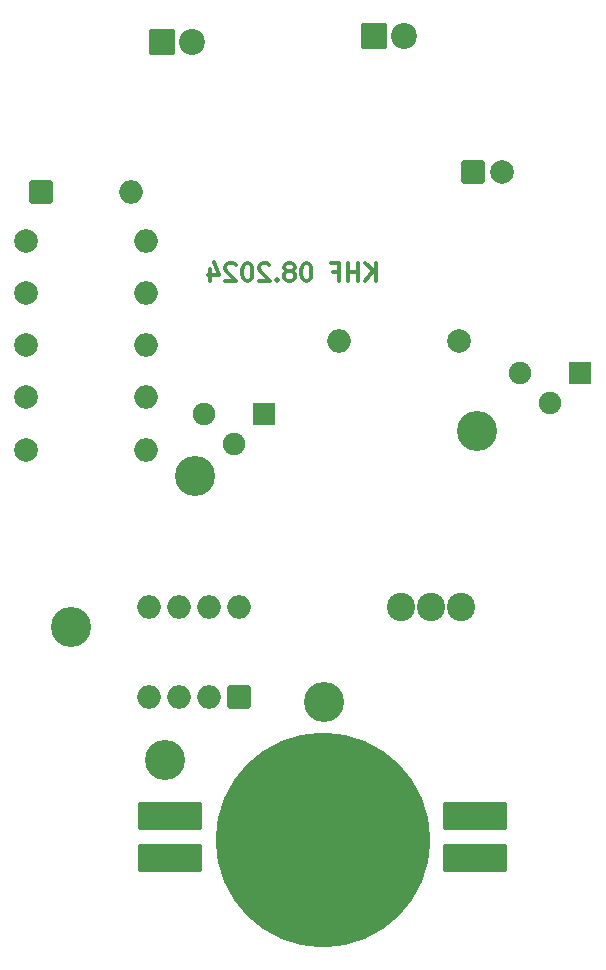
<source format=gbr>
%TF.GenerationSoftware,KiCad,Pcbnew,7.0.8*%
%TF.CreationDate,2024-08-03T05:57:31+02:00*%
%TF.ProjectId,RobiV4,526f6269-5634-42e6-9b69-6361645f7063,rev?*%
%TF.SameCoordinates,Original*%
%TF.FileFunction,Soldermask,Bot*%
%TF.FilePolarity,Negative*%
%FSLAX46Y46*%
G04 Gerber Fmt 4.6, Leading zero omitted, Abs format (unit mm)*
G04 Created by KiCad (PCBNEW 7.0.8) date 2024-08-03 05:57:31*
%MOMM*%
%LPD*%
G01*
G04 APERTURE LIST*
G04 Aperture macros list*
%AMRoundRect*
0 Rectangle with rounded corners*
0 $1 Rounding radius*
0 $2 $3 $4 $5 $6 $7 $8 $9 X,Y pos of 4 corners*
0 Add a 4 corners polygon primitive as box body*
4,1,4,$2,$3,$4,$5,$6,$7,$8,$9,$2,$3,0*
0 Add four circle primitives for the rounded corners*
1,1,$1+$1,$2,$3*
1,1,$1+$1,$4,$5*
1,1,$1+$1,$6,$7*
1,1,$1+$1,$8,$9*
0 Add four rect primitives between the rounded corners*
20,1,$1+$1,$2,$3,$4,$5,0*
20,1,$1+$1,$4,$5,$6,$7,0*
20,1,$1+$1,$6,$7,$8,$9,0*
20,1,$1+$1,$8,$9,$2,$3,0*%
G04 Aperture macros list end*
%ADD10C,0.300000*%
%ADD11RoundRect,0.200000X-0.800000X-0.800000X0.800000X-0.800000X0.800000X0.800000X-0.800000X0.800000X0*%
%ADD12C,2.000000*%
%ADD13RoundRect,0.200000X-0.900000X-0.900000X0.900000X-0.900000X0.900000X0.900000X-0.900000X0.900000X0*%
%ADD14C,2.200000*%
%ADD15RoundRect,0.200000X0.750000X0.750000X-0.750000X0.750000X-0.750000X-0.750000X0.750000X-0.750000X0*%
%ADD16C,1.900000*%
%ADD17O,2.000000X2.000000*%
%ADD18C,2.400000*%
%ADD19RoundRect,0.200000X0.800000X-0.800000X0.800000X0.800000X-0.800000X0.800000X-0.800000X-0.800000X0*%
%ADD20RoundRect,0.200000X-2.500000X-1.000000X2.500000X-1.000000X2.500000X1.000000X-2.500000X1.000000X0*%
%ADD21C,18.180000*%
%ADD22C,3.400000*%
G04 APERTURE END LIST*
D10*
X141525489Y-75520828D02*
X141525489Y-74020828D01*
X140668346Y-75520828D02*
X141311203Y-74663685D01*
X140668346Y-74020828D02*
X141525489Y-74877971D01*
X140025489Y-75520828D02*
X140025489Y-74020828D01*
X140025489Y-74735114D02*
X139168346Y-74735114D01*
X139168346Y-75520828D02*
X139168346Y-74020828D01*
X137954060Y-74735114D02*
X138454060Y-74735114D01*
X138454060Y-75520828D02*
X138454060Y-74020828D01*
X138454060Y-74020828D02*
X137739774Y-74020828D01*
X135739774Y-74020828D02*
X135596917Y-74020828D01*
X135596917Y-74020828D02*
X135454060Y-74092257D01*
X135454060Y-74092257D02*
X135382632Y-74163685D01*
X135382632Y-74163685D02*
X135311203Y-74306542D01*
X135311203Y-74306542D02*
X135239774Y-74592257D01*
X135239774Y-74592257D02*
X135239774Y-74949400D01*
X135239774Y-74949400D02*
X135311203Y-75235114D01*
X135311203Y-75235114D02*
X135382632Y-75377971D01*
X135382632Y-75377971D02*
X135454060Y-75449400D01*
X135454060Y-75449400D02*
X135596917Y-75520828D01*
X135596917Y-75520828D02*
X135739774Y-75520828D01*
X135739774Y-75520828D02*
X135882632Y-75449400D01*
X135882632Y-75449400D02*
X135954060Y-75377971D01*
X135954060Y-75377971D02*
X136025489Y-75235114D01*
X136025489Y-75235114D02*
X136096917Y-74949400D01*
X136096917Y-74949400D02*
X136096917Y-74592257D01*
X136096917Y-74592257D02*
X136025489Y-74306542D01*
X136025489Y-74306542D02*
X135954060Y-74163685D01*
X135954060Y-74163685D02*
X135882632Y-74092257D01*
X135882632Y-74092257D02*
X135739774Y-74020828D01*
X134382632Y-74663685D02*
X134525489Y-74592257D01*
X134525489Y-74592257D02*
X134596918Y-74520828D01*
X134596918Y-74520828D02*
X134668346Y-74377971D01*
X134668346Y-74377971D02*
X134668346Y-74306542D01*
X134668346Y-74306542D02*
X134596918Y-74163685D01*
X134596918Y-74163685D02*
X134525489Y-74092257D01*
X134525489Y-74092257D02*
X134382632Y-74020828D01*
X134382632Y-74020828D02*
X134096918Y-74020828D01*
X134096918Y-74020828D02*
X133954061Y-74092257D01*
X133954061Y-74092257D02*
X133882632Y-74163685D01*
X133882632Y-74163685D02*
X133811203Y-74306542D01*
X133811203Y-74306542D02*
X133811203Y-74377971D01*
X133811203Y-74377971D02*
X133882632Y-74520828D01*
X133882632Y-74520828D02*
X133954061Y-74592257D01*
X133954061Y-74592257D02*
X134096918Y-74663685D01*
X134096918Y-74663685D02*
X134382632Y-74663685D01*
X134382632Y-74663685D02*
X134525489Y-74735114D01*
X134525489Y-74735114D02*
X134596918Y-74806542D01*
X134596918Y-74806542D02*
X134668346Y-74949400D01*
X134668346Y-74949400D02*
X134668346Y-75235114D01*
X134668346Y-75235114D02*
X134596918Y-75377971D01*
X134596918Y-75377971D02*
X134525489Y-75449400D01*
X134525489Y-75449400D02*
X134382632Y-75520828D01*
X134382632Y-75520828D02*
X134096918Y-75520828D01*
X134096918Y-75520828D02*
X133954061Y-75449400D01*
X133954061Y-75449400D02*
X133882632Y-75377971D01*
X133882632Y-75377971D02*
X133811203Y-75235114D01*
X133811203Y-75235114D02*
X133811203Y-74949400D01*
X133811203Y-74949400D02*
X133882632Y-74806542D01*
X133882632Y-74806542D02*
X133954061Y-74735114D01*
X133954061Y-74735114D02*
X134096918Y-74663685D01*
X133168347Y-75377971D02*
X133096918Y-75449400D01*
X133096918Y-75449400D02*
X133168347Y-75520828D01*
X133168347Y-75520828D02*
X133239775Y-75449400D01*
X133239775Y-75449400D02*
X133168347Y-75377971D01*
X133168347Y-75377971D02*
X133168347Y-75520828D01*
X132525489Y-74163685D02*
X132454061Y-74092257D01*
X132454061Y-74092257D02*
X132311204Y-74020828D01*
X132311204Y-74020828D02*
X131954061Y-74020828D01*
X131954061Y-74020828D02*
X131811204Y-74092257D01*
X131811204Y-74092257D02*
X131739775Y-74163685D01*
X131739775Y-74163685D02*
X131668346Y-74306542D01*
X131668346Y-74306542D02*
X131668346Y-74449400D01*
X131668346Y-74449400D02*
X131739775Y-74663685D01*
X131739775Y-74663685D02*
X132596918Y-75520828D01*
X132596918Y-75520828D02*
X131668346Y-75520828D01*
X130739775Y-74020828D02*
X130596918Y-74020828D01*
X130596918Y-74020828D02*
X130454061Y-74092257D01*
X130454061Y-74092257D02*
X130382633Y-74163685D01*
X130382633Y-74163685D02*
X130311204Y-74306542D01*
X130311204Y-74306542D02*
X130239775Y-74592257D01*
X130239775Y-74592257D02*
X130239775Y-74949400D01*
X130239775Y-74949400D02*
X130311204Y-75235114D01*
X130311204Y-75235114D02*
X130382633Y-75377971D01*
X130382633Y-75377971D02*
X130454061Y-75449400D01*
X130454061Y-75449400D02*
X130596918Y-75520828D01*
X130596918Y-75520828D02*
X130739775Y-75520828D01*
X130739775Y-75520828D02*
X130882633Y-75449400D01*
X130882633Y-75449400D02*
X130954061Y-75377971D01*
X130954061Y-75377971D02*
X131025490Y-75235114D01*
X131025490Y-75235114D02*
X131096918Y-74949400D01*
X131096918Y-74949400D02*
X131096918Y-74592257D01*
X131096918Y-74592257D02*
X131025490Y-74306542D01*
X131025490Y-74306542D02*
X130954061Y-74163685D01*
X130954061Y-74163685D02*
X130882633Y-74092257D01*
X130882633Y-74092257D02*
X130739775Y-74020828D01*
X129668347Y-74163685D02*
X129596919Y-74092257D01*
X129596919Y-74092257D02*
X129454062Y-74020828D01*
X129454062Y-74020828D02*
X129096919Y-74020828D01*
X129096919Y-74020828D02*
X128954062Y-74092257D01*
X128954062Y-74092257D02*
X128882633Y-74163685D01*
X128882633Y-74163685D02*
X128811204Y-74306542D01*
X128811204Y-74306542D02*
X128811204Y-74449400D01*
X128811204Y-74449400D02*
X128882633Y-74663685D01*
X128882633Y-74663685D02*
X129739776Y-75520828D01*
X129739776Y-75520828D02*
X128811204Y-75520828D01*
X127525491Y-74520828D02*
X127525491Y-75520828D01*
X127882633Y-73949400D02*
X128239776Y-75020828D01*
X128239776Y-75020828D02*
X127311205Y-75020828D01*
D11*
%TO.C,C1*%
X149733000Y-66294000D03*
D12*
X152233000Y-66294000D03*
%TD*%
D13*
%TO.C,D1*%
X123444000Y-55245000D03*
D14*
X125984000Y-55245000D03*
%TD*%
D13*
%TO.C,D2*%
X141351000Y-54737000D03*
D14*
X143891000Y-54737000D03*
%TD*%
D15*
%TO.C,T1*%
X132080000Y-86766400D03*
D16*
X129540000Y-89306400D03*
X127000000Y-86766400D03*
%TD*%
D15*
%TO.C,T2*%
X158860000Y-83310000D03*
D16*
X156320000Y-85850000D03*
X153780000Y-83310000D03*
%TD*%
D11*
%TO.C,D3*%
X113216001Y-67945000D03*
D17*
X120836001Y-67945000D03*
%TD*%
D12*
%TO.C,R3*%
X111946001Y-80951400D03*
D17*
X122106001Y-80951400D03*
%TD*%
D12*
%TO.C,R4*%
X111946001Y-85370200D03*
D17*
X122106001Y-85370200D03*
%TD*%
D12*
%TO.C,R5*%
X111946001Y-76532600D03*
D17*
X122106001Y-76532600D03*
%TD*%
D12*
%TO.C,R6*%
X111946001Y-89789000D03*
D17*
X122106001Y-89789000D03*
%TD*%
D12*
%TO.C,R1on1*%
X111946001Y-72113800D03*
D17*
X122106001Y-72113800D03*
%TD*%
D18*
%TO.C,S1*%
X143637000Y-103124000D03*
X146177000Y-103124000D03*
X148717000Y-103124000D03*
%TD*%
D19*
%TO.C,U1*%
X129921000Y-110744000D03*
D17*
X127381000Y-110744000D03*
X124841000Y-110744000D03*
X122301000Y-110744000D03*
X122301000Y-103124000D03*
X124841000Y-103124000D03*
X127381000Y-103124000D03*
X129921000Y-103124000D03*
%TD*%
D20*
%TO.C,U2*%
X124079000Y-120777000D03*
X124079000Y-124333000D03*
X149973000Y-120777000D03*
X149973000Y-124333000D03*
D21*
X137033000Y-122809000D03*
%TD*%
D22*
%TO.C,GND*%
X137160000Y-111125000D03*
%TD*%
%TO.C,VCC*%
X123698000Y-116078000D03*
%TD*%
%TO.C,T2-B*%
X150114000Y-88188800D03*
%TD*%
D12*
%TO.C,R1off1*%
X148590000Y-80568800D03*
D17*
X138430000Y-80568800D03*
%TD*%
D22*
%TO.C,Q*%
X115697000Y-104775000D03*
%TD*%
%TO.C,T1-B*%
X126212600Y-91998800D03*
%TD*%
M02*

</source>
